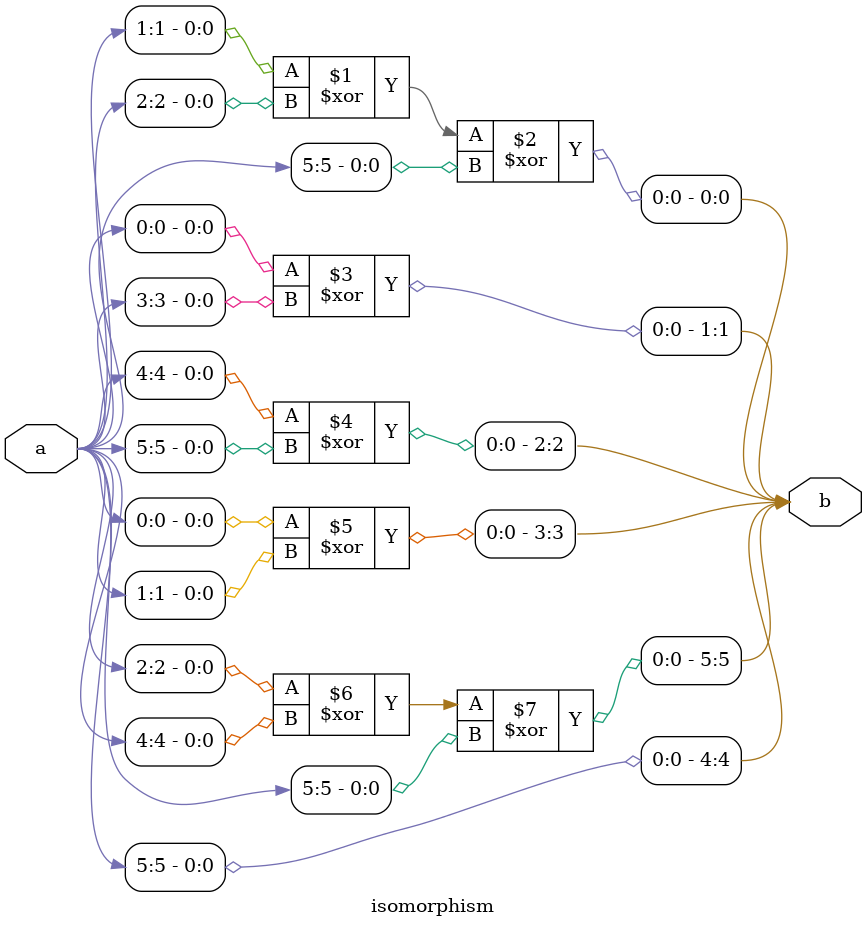
<source format=v>
`timescale 1ns/100ps
module SMS23_20_np_8_6(x,y);
	 input [5:0] x;
	 output [5:0] y;
	 wire [5:0] w;
	 wire [5:0] p;
	 isomorphism C2 (x,w);
	 power_20 C3 (w,p);
	 inv_isomorphism C4 (p,y);
endmodule

module square_base(a,b);
	 input [1:0] a;
	 output [1:0] b;
	 assign b[0]=a[0]^a[1];
	 assign b[1]=a[1];
endmodule

module add_base(a,b,c);
	 input [1:0] a;
	 input [1:0] b;
	 output [1:0] c;
	 assign c[0]=a[0]^b[0];
	 assign c[1]=a[1]^b[1];
endmodule

module constant_multiplication_base_0(a,b);
	 input [1:0] a;
	 output [1:0] b;
	 assign b[0]=0;
	 assign b[1]=0;
endmodule

module constant_multiplication_base_1(a,b);
	 input [1:0] a;
	 output [1:0] b;
	 assign b[0]=a[0];
	 assign b[1]=a[1];
endmodule

module constant_multiplication_base_2(a,b);
	 input [1:0] a;
	 output [1:0] b;
	 assign b[0]=a[1];
	 assign b[1]=a[0]^a[1];
endmodule

module constant_multiplication_base_3(a,b);
	 input [1:0] a;
	 output [1:0] b;
	 assign b[0]=a[0]^a[1];
	 assign b[1]=a[0];
endmodule

module multiplication_base(a,b,c);
	 input [1:0] a;
	 input [1:0] b;
	 output [1:0] c;
	 wire t;
	 assign t=(a[1]&b[1]);
	 assign c[0]=(a[0]&b[0])^t;
	 assign c[1]=(a[0]&b[1])^(a[1]&b[0])^t;
endmodule
module power_20(a,b);
	 input [5:0] a;
	 output [5:0] b;
	 wire [1:0] x_0;
	 wire [1:0] x_1;
	 wire [1:0] x_2;
	 wire [1:0] y_0;
	 wire [1:0] y_1;
	 wire [1:0] y_2;
	 wire [1:0] y_3;
	 wire [1:0] y_4;
	 wire [1:0] y_5;
	 wire [1:0] z_00;
	 wire [1:0] z_01;
	 wire [1:0] z_02;
	 wire [1:0] z_03;
	 wire [1:0] z_04;
	 wire [1:0] z_10;
	 wire [1:0] z_11;
	 wire [1:0] z_12;
	 wire [1:0] z_13;
	 wire [1:0] z_14;
	 wire [1:0] z_20;
	 wire [1:0] z_21;
	 wire [1:0] z_22;
	 wire [1:0] z_23;
	 wire [1:0] z_24;
	 wire [1:0] w_00;
	 wire [1:0] w_01;
	 wire [1:0] w_02;
	 wire [1:0] w_03;
	 wire [1:0] w_04;
	 wire [1:0] w_05;
	 wire [1:0] w_10;
	 wire [1:0] w_11;
	 wire [1:0] w_12;
	 wire [1:0] w_13;
	 wire [1:0] w_14;
	 wire [1:0] w_15;
	 wire [1:0] w_20;
	 wire [1:0] w_21;
	 wire [1:0] w_22;
	 wire [1:0] w_23;
	 wire [1:0] w_24;
	 wire [1:0] w_25;
	 assign x_0[0]=a[0];
	 assign x_0[1]=a[1];
	 assign x_1[0]=a[2];
	 assign x_1[1]=a[3];
	 assign x_2[0]=a[4];
	 assign x_2[1]=a[5];
	 square_base  A1 (x_0,y_0);
	 square_base A2 (x_1,y_1);
	 square_base A3 (x_2,y_2);
	 multiplication_base A4 (x_0,x_1,y_3);
	 multiplication_base A5 (x_0,x_2,y_4);
	 multiplication_base A6 (x_1,x_2,y_5);
	 constant_multiplication_base_2 MC00 (y_0,w_00);
	 constant_multiplication_base_2 MC01 (y_1,w_01);
	 constant_multiplication_base_0 MC02 (y_2,w_02);
	 constant_multiplication_base_0 MC03 (y_3,w_03);
	 constant_multiplication_base_0 MC04 (y_4,w_04);
	 constant_multiplication_base_2 MC05 (y_5,w_05);
	 constant_multiplication_base_0 MC10 (y_0,w_10);
	 constant_multiplication_base_2 MC11 (y_1,w_11);
	 constant_multiplication_base_2 MC12 (y_2,w_12);
	 constant_multiplication_base_0 MC13 (y_3,w_13);
	 constant_multiplication_base_2 MC14 (y_4,w_14);
	 constant_multiplication_base_0 MC15 (y_5,w_15);
	 constant_multiplication_base_2 MC20 (y_0,w_20);
	 constant_multiplication_base_0 MC21 (y_1,w_21);
	 constant_multiplication_base_2 MC22 (y_2,w_22);
	 constant_multiplication_base_2 MC23 (y_3,w_23);
	 constant_multiplication_base_0 MC24 (y_4,w_24);
	 constant_multiplication_base_0 MC25 (y_5,w_25);
	 add_base B00 (w_00,w_01,z_00);
	 add_base B01 (w_02,w_03,z_01);
	 add_base B02 (w_04,w_05,z_02);
	 add_base B03 (z_00,z_01,z_03);
	 add_base B04 (z_03,z_02,z_04);
	 add_base B10 (w_10,w_11,z_10);
	 add_base B11 (w_12,w_13,z_11);
	 add_base B12 (w_14,w_15,z_12);
	 add_base B13 (z_10,z_11,z_13);
	 add_base B14 (z_13,z_12,z_14);
	 add_base B20 (w_20,w_21,z_20);
	 add_base B21 (w_22,w_23,z_21);
	 add_base B22 (w_24,w_25,z_22);
	 add_base B23 (z_20,z_21,z_23);
	 add_base B24 (z_23,z_22,z_24);
	 assign b[0]=z_04[0];
	 assign b[1]=z_04[1];
	 assign b[2]=z_14[0];
	 assign b[3]=z_14[1];
	 assign b[4]=z_24[0];
	 assign b[5]=z_24[1];
endmodule

module inv_isomorphism(a,b);
	 input [5:0] a;
	 output [5:0] b;
	 assign b[0]=a[0]^a[5];
	 assign b[1]=a[0]^a[2]^a[4]^a[5];
	 assign b[2]=a[0]^a[1]^a[2];
	 assign b[3]=a[0];
	 assign b[4]=a[2]^a[3]^a[4];
	 assign b[5]=a[2];
endmodule

module isomorphism(a,b);
	 input [5:0] a;
	 output [5:0] b;
	 assign b[0]=a[1]^a[2]^a[5];
	 assign b[1]=a[0]^a[3];
	 assign b[2]=a[4]^a[5];
	 assign b[3]=a[0]^a[1];
	 assign b[4]=a[5];
	 assign b[5]=a[2]^a[4]^a[5];
endmodule


</source>
